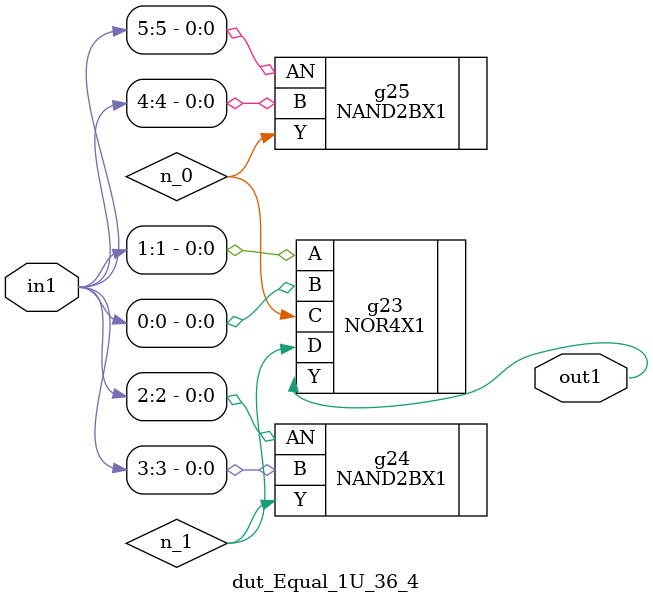
<source format=v>
`timescale 1ps / 1ps


module dut_Equal_1U_36_4(in1, out1);
  input [5:0] in1;
  output out1;
  wire [5:0] in1;
  wire out1;
  wire n_0, n_1;
  NOR4X1 g23(.A (in1[1]), .B (in1[0]), .C (n_0), .D (n_1), .Y (out1));
  NAND2BX1 g24(.AN (in1[2]), .B (in1[3]), .Y (n_1));
  NAND2BX1 g25(.AN (in1[5]), .B (in1[4]), .Y (n_0));
endmodule



</source>
